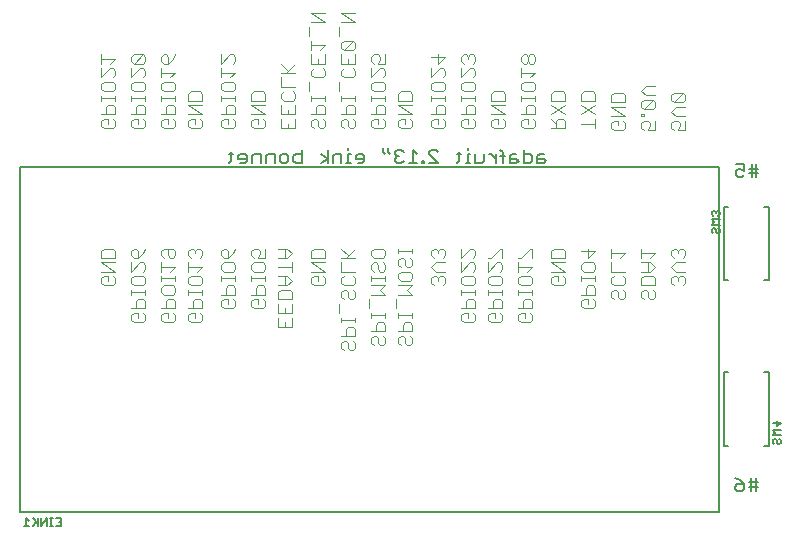
<source format=gbr>
G04 EAGLE Gerber RS-274X export*
G75*
%MOMM*%
%FSLAX34Y34*%
%LPD*%
%INSilkscreen Bottom*%
%IPPOS*%
%AMOC8*
5,1,8,0,0,1.08239X$1,22.5*%
G01*
%ADD10C,0.177800*%
%ADD11C,0.152400*%
%ADD12C,0.127000*%
%ADD13C,0.101600*%


D10*
X518238Y252724D02*
X518238Y263655D01*
X514594Y263655D02*
X514594Y252724D01*
X514594Y260012D02*
X520060Y260012D01*
X514594Y260012D02*
X512772Y260012D01*
X512772Y256368D02*
X520060Y256368D01*
X508366Y263655D02*
X501079Y263655D01*
X508366Y263655D02*
X508366Y258190D01*
X504722Y260012D01*
X502900Y260012D01*
X501079Y258190D01*
X501079Y254546D01*
X502900Y252724D01*
X506544Y252724D01*
X508366Y254546D01*
X517968Y-1795D02*
X517968Y-12726D01*
X514324Y-12726D02*
X514324Y-1795D01*
X514324Y-5438D02*
X519790Y-5438D01*
X514324Y-5438D02*
X512502Y-5438D01*
X512502Y-9082D02*
X519790Y-9082D01*
X504452Y-3617D02*
X500808Y-1795D01*
X504452Y-3617D02*
X508096Y-7260D01*
X508096Y-10904D01*
X506274Y-12726D01*
X502630Y-12726D01*
X500808Y-10904D01*
X500808Y-9082D01*
X502630Y-7260D01*
X508096Y-7260D01*
D11*
X338909Y272379D02*
X335180Y272379D01*
X333316Y270515D01*
X333316Y264922D01*
X338909Y264922D01*
X340773Y266786D01*
X338909Y268651D01*
X333316Y268651D01*
X321622Y264922D02*
X321622Y276108D01*
X321622Y264922D02*
X327215Y264922D01*
X329079Y266786D01*
X329079Y270515D01*
X327215Y272379D01*
X321622Y272379D01*
X315521Y272379D02*
X311792Y272379D01*
X309928Y270515D01*
X309928Y264922D01*
X315521Y264922D01*
X317385Y266786D01*
X315521Y268651D01*
X309928Y268651D01*
X303827Y264922D02*
X303827Y274243D01*
X301963Y276108D01*
X301963Y270515D02*
X305691Y270515D01*
X297895Y272379D02*
X297895Y264922D01*
X297895Y268651D02*
X294167Y272379D01*
X292302Y272379D01*
X288150Y272379D02*
X288150Y266786D01*
X286286Y264922D01*
X280693Y264922D01*
X280693Y272379D01*
X276456Y272379D02*
X274592Y272379D01*
X274592Y264922D01*
X276456Y264922D02*
X272728Y264922D01*
X274592Y276108D02*
X274592Y277972D01*
X266796Y274243D02*
X266796Y266786D01*
X264932Y264922D01*
X264932Y272379D02*
X268660Y272379D01*
X249170Y264922D02*
X241713Y264922D01*
X249170Y264922D02*
X241713Y272379D01*
X241713Y274243D01*
X243577Y276108D01*
X247306Y276108D01*
X249170Y274243D01*
X237476Y266786D02*
X237476Y264922D01*
X237476Y266786D02*
X235612Y266786D01*
X235612Y264922D01*
X237476Y264922D01*
X231629Y272379D02*
X227901Y276108D01*
X227901Y264922D01*
X231629Y264922D02*
X224172Y264922D01*
X219935Y274243D02*
X218071Y276108D01*
X214343Y276108D01*
X212478Y274243D01*
X212478Y272379D01*
X214343Y270515D01*
X216207Y270515D01*
X214343Y270515D02*
X212478Y268651D01*
X212478Y266786D01*
X214343Y264922D01*
X218071Y264922D01*
X219935Y266786D01*
X206377Y274243D02*
X206377Y277972D01*
X206377Y274243D02*
X208241Y272379D01*
X202649Y274243D02*
X202649Y277972D01*
X202649Y274243D02*
X204513Y272379D01*
X184938Y264922D02*
X181210Y264922D01*
X184938Y264922D02*
X186802Y266786D01*
X186802Y270515D01*
X184938Y272379D01*
X181210Y272379D01*
X179345Y270515D01*
X179345Y268651D01*
X186802Y268651D01*
X175108Y272379D02*
X173244Y272379D01*
X173244Y264922D01*
X175108Y264922D02*
X171380Y264922D01*
X173244Y276108D02*
X173244Y277972D01*
X167312Y272379D02*
X167312Y264922D01*
X167312Y272379D02*
X161720Y272379D01*
X159855Y270515D01*
X159855Y264922D01*
X155619Y264922D02*
X155619Y276108D01*
X155619Y268651D02*
X150026Y264922D01*
X155619Y268651D02*
X150026Y272379D01*
X134180Y276108D02*
X134180Y264922D01*
X128587Y264922D01*
X126723Y266786D01*
X126723Y270515D01*
X128587Y272379D01*
X134180Y272379D01*
X120621Y264922D02*
X116893Y264922D01*
X115029Y266786D01*
X115029Y270515D01*
X116893Y272379D01*
X120621Y272379D01*
X122486Y270515D01*
X122486Y266786D01*
X120621Y264922D01*
X110792Y264922D02*
X110792Y272379D01*
X105199Y272379D01*
X103335Y270515D01*
X103335Y264922D01*
X99098Y264922D02*
X99098Y272379D01*
X93505Y272379D01*
X91641Y270515D01*
X91641Y264922D01*
X85539Y264922D02*
X81811Y264922D01*
X85539Y264922D02*
X87404Y266786D01*
X87404Y270515D01*
X85539Y272379D01*
X81811Y272379D01*
X79947Y270515D01*
X79947Y268651D01*
X87404Y268651D01*
X73845Y266786D02*
X73845Y274243D01*
X73845Y266786D02*
X71981Y264922D01*
X71981Y272379D02*
X75710Y272379D01*
D12*
X-104935Y261205D02*
X-104935Y-30795D01*
X-104935Y261205D02*
X487065Y261205D01*
X487065Y-30795D01*
X-104935Y-30795D01*
D11*
X-74177Y-36051D02*
X-69771Y-36051D01*
X-69771Y-42661D01*
X-74177Y-42661D01*
X-71974Y-39356D02*
X-69771Y-39356D01*
X-77255Y-42661D02*
X-79458Y-42661D01*
X-78357Y-42661D02*
X-78357Y-36051D01*
X-79458Y-36051D02*
X-77255Y-36051D01*
X-82245Y-36051D02*
X-82245Y-42661D01*
X-86651Y-42661D02*
X-82245Y-36051D01*
X-86651Y-36051D02*
X-86651Y-42661D01*
X-89729Y-42661D02*
X-89729Y-36051D01*
X-94135Y-36051D02*
X-89729Y-40458D01*
X-90830Y-39356D02*
X-94135Y-42661D01*
X-97213Y-38255D02*
X-99416Y-36051D01*
X-99416Y-42661D01*
X-97213Y-42661D02*
X-101619Y-42661D01*
D13*
X458287Y292867D02*
X458287Y300663D01*
X458287Y292867D02*
X452440Y292867D01*
X454389Y296765D01*
X454389Y298714D01*
X452440Y300663D01*
X448542Y300663D01*
X446593Y298714D01*
X446593Y294816D01*
X448542Y292867D01*
X450491Y304561D02*
X458287Y304561D01*
X450491Y304561D02*
X446593Y308459D01*
X450491Y312357D01*
X458287Y312357D01*
X456338Y316255D02*
X448542Y316255D01*
X456338Y316255D02*
X458287Y318204D01*
X458287Y322102D01*
X456338Y324051D01*
X448542Y324051D01*
X446593Y322102D01*
X446593Y318204D01*
X448542Y316255D01*
X456338Y324051D01*
X432887Y300663D02*
X432887Y292867D01*
X427040Y292867D01*
X428989Y296765D01*
X428989Y298714D01*
X427040Y300663D01*
X423142Y300663D01*
X421193Y298714D01*
X421193Y294816D01*
X423142Y292867D01*
X423142Y304561D02*
X421193Y304561D01*
X423142Y304561D02*
X423142Y306510D01*
X421193Y306510D01*
X421193Y304561D01*
X423142Y310408D02*
X430938Y310408D01*
X432887Y312357D01*
X432887Y316255D01*
X430938Y318204D01*
X423142Y318204D01*
X421193Y316255D01*
X421193Y312357D01*
X423142Y310408D01*
X430938Y318204D01*
X432887Y322102D02*
X425091Y322102D01*
X421193Y326000D01*
X425091Y329898D01*
X432887Y329898D01*
X405538Y300663D02*
X407487Y298714D01*
X407487Y294816D01*
X405538Y292867D01*
X397742Y292867D01*
X395793Y294816D01*
X395793Y298714D01*
X397742Y300663D01*
X401640Y300663D01*
X401640Y296765D01*
X395793Y304561D02*
X407487Y304561D01*
X395793Y312357D01*
X407487Y312357D01*
X407487Y316255D02*
X395793Y316255D01*
X395793Y322102D01*
X397742Y324051D01*
X405538Y324051D01*
X407487Y322102D01*
X407487Y316255D01*
X382087Y298289D02*
X370393Y298289D01*
X382087Y294391D02*
X382087Y302187D01*
X382087Y306085D02*
X370393Y313881D01*
X370393Y306085D02*
X382087Y313881D01*
X382087Y317779D02*
X370393Y317779D01*
X370393Y323626D01*
X372342Y325575D01*
X380138Y325575D01*
X382087Y323626D01*
X382087Y317779D01*
X356687Y294391D02*
X344993Y294391D01*
X356687Y294391D02*
X356687Y300238D01*
X354738Y302187D01*
X350840Y302187D01*
X348891Y300238D01*
X348891Y294391D01*
X348891Y298289D02*
X344993Y302187D01*
X344993Y313881D02*
X356687Y306085D01*
X356687Y313881D02*
X344993Y306085D01*
X344993Y317779D02*
X356687Y317779D01*
X344993Y317779D02*
X344993Y323626D01*
X346942Y325575D01*
X354738Y325575D01*
X356687Y323626D01*
X356687Y317779D01*
X331287Y300238D02*
X329338Y302187D01*
X331287Y300238D02*
X331287Y296340D01*
X329338Y294391D01*
X321542Y294391D01*
X319593Y296340D01*
X319593Y300238D01*
X321542Y302187D01*
X325440Y302187D01*
X325440Y298289D01*
X319593Y306085D02*
X331287Y306085D01*
X331287Y311932D01*
X329338Y313881D01*
X325440Y313881D01*
X323491Y311932D01*
X323491Y306085D01*
X319593Y317779D02*
X319593Y321677D01*
X319593Y319728D02*
X331287Y319728D01*
X331287Y317779D02*
X331287Y321677D01*
X331287Y327524D02*
X331287Y331422D01*
X331287Y327524D02*
X329338Y325575D01*
X321542Y325575D01*
X319593Y327524D01*
X319593Y331422D01*
X321542Y333371D01*
X329338Y333371D01*
X331287Y331422D01*
X327389Y337269D02*
X331287Y341167D01*
X319593Y341167D01*
X319593Y337269D02*
X319593Y345065D01*
X329338Y348963D02*
X331287Y350912D01*
X331287Y354810D01*
X329338Y356759D01*
X327389Y356759D01*
X325440Y354810D01*
X323491Y356759D01*
X321542Y356759D01*
X319593Y354810D01*
X319593Y350912D01*
X321542Y348963D01*
X323491Y348963D01*
X325440Y350912D01*
X327389Y348963D01*
X329338Y348963D01*
X325440Y350912D02*
X325440Y354810D01*
X303938Y302187D02*
X305887Y300238D01*
X305887Y296340D01*
X303938Y294391D01*
X296142Y294391D01*
X294193Y296340D01*
X294193Y300238D01*
X296142Y302187D01*
X300040Y302187D01*
X300040Y298289D01*
X294193Y306085D02*
X305887Y306085D01*
X294193Y313881D01*
X305887Y313881D01*
X305887Y317779D02*
X294193Y317779D01*
X294193Y323626D01*
X296142Y325575D01*
X303938Y325575D01*
X305887Y323626D01*
X305887Y317779D01*
X280487Y300238D02*
X278538Y302187D01*
X280487Y300238D02*
X280487Y296340D01*
X278538Y294391D01*
X270742Y294391D01*
X268793Y296340D01*
X268793Y300238D01*
X270742Y302187D01*
X274640Y302187D01*
X274640Y298289D01*
X268793Y306085D02*
X280487Y306085D01*
X280487Y311932D01*
X278538Y313881D01*
X274640Y313881D01*
X272691Y311932D01*
X272691Y306085D01*
X268793Y317779D02*
X268793Y321677D01*
X268793Y319728D02*
X280487Y319728D01*
X280487Y317779D02*
X280487Y321677D01*
X280487Y327524D02*
X280487Y331422D01*
X280487Y327524D02*
X278538Y325575D01*
X270742Y325575D01*
X268793Y327524D01*
X268793Y331422D01*
X270742Y333371D01*
X278538Y333371D01*
X280487Y331422D01*
X268793Y337269D02*
X268793Y345065D01*
X268793Y337269D02*
X276589Y345065D01*
X278538Y345065D01*
X280487Y343116D01*
X280487Y339218D01*
X278538Y337269D01*
X278538Y348963D02*
X280487Y350912D01*
X280487Y354810D01*
X278538Y356759D01*
X276589Y356759D01*
X274640Y354810D01*
X274640Y352861D01*
X274640Y354810D02*
X272691Y356759D01*
X270742Y356759D01*
X268793Y354810D01*
X268793Y350912D01*
X270742Y348963D01*
X253138Y302187D02*
X255087Y300238D01*
X255087Y296340D01*
X253138Y294391D01*
X245342Y294391D01*
X243393Y296340D01*
X243393Y300238D01*
X245342Y302187D01*
X249240Y302187D01*
X249240Y298289D01*
X243393Y306085D02*
X255087Y306085D01*
X255087Y311932D01*
X253138Y313881D01*
X249240Y313881D01*
X247291Y311932D01*
X247291Y306085D01*
X243393Y317779D02*
X243393Y321677D01*
X243393Y319728D02*
X255087Y319728D01*
X255087Y317779D02*
X255087Y321677D01*
X255087Y327524D02*
X255087Y331422D01*
X255087Y327524D02*
X253138Y325575D01*
X245342Y325575D01*
X243393Y327524D01*
X243393Y331422D01*
X245342Y333371D01*
X253138Y333371D01*
X255087Y331422D01*
X243393Y337269D02*
X243393Y345065D01*
X243393Y337269D02*
X251189Y345065D01*
X253138Y345065D01*
X255087Y343116D01*
X255087Y339218D01*
X253138Y337269D01*
X255087Y354810D02*
X243393Y354810D01*
X249240Y348963D02*
X255087Y354810D01*
X249240Y356759D02*
X249240Y348963D01*
X225198Y302187D02*
X227147Y300238D01*
X227147Y296340D01*
X225198Y294391D01*
X217402Y294391D01*
X215453Y296340D01*
X215453Y300238D01*
X217402Y302187D01*
X221300Y302187D01*
X221300Y298289D01*
X215453Y306085D02*
X227147Y306085D01*
X215453Y313881D01*
X227147Y313881D01*
X227147Y317779D02*
X215453Y317779D01*
X215453Y323626D01*
X217402Y325575D01*
X225198Y325575D01*
X227147Y323626D01*
X227147Y317779D01*
X204287Y300238D02*
X202338Y302187D01*
X204287Y300238D02*
X204287Y296340D01*
X202338Y294391D01*
X194542Y294391D01*
X192593Y296340D01*
X192593Y300238D01*
X194542Y302187D01*
X198440Y302187D01*
X198440Y298289D01*
X192593Y306085D02*
X204287Y306085D01*
X204287Y311932D01*
X202338Y313881D01*
X198440Y313881D01*
X196491Y311932D01*
X196491Y306085D01*
X192593Y317779D02*
X192593Y321677D01*
X192593Y319728D02*
X204287Y319728D01*
X204287Y317779D02*
X204287Y321677D01*
X204287Y327524D02*
X204287Y331422D01*
X204287Y327524D02*
X202338Y325575D01*
X194542Y325575D01*
X192593Y327524D01*
X192593Y331422D01*
X194542Y333371D01*
X202338Y333371D01*
X204287Y331422D01*
X192593Y337269D02*
X192593Y345065D01*
X192593Y337269D02*
X200389Y345065D01*
X202338Y345065D01*
X204287Y343116D01*
X204287Y339218D01*
X202338Y337269D01*
X204287Y348963D02*
X204287Y356759D01*
X204287Y348963D02*
X198440Y348963D01*
X200389Y352861D01*
X200389Y354810D01*
X198440Y356759D01*
X194542Y356759D01*
X192593Y354810D01*
X192593Y350912D01*
X194542Y348963D01*
X176938Y302187D02*
X178887Y300238D01*
X178887Y296340D01*
X176938Y294391D01*
X174989Y294391D01*
X173040Y296340D01*
X173040Y300238D01*
X171091Y302187D01*
X169142Y302187D01*
X167193Y300238D01*
X167193Y296340D01*
X169142Y294391D01*
X167193Y306085D02*
X178887Y306085D01*
X178887Y311932D01*
X176938Y313881D01*
X173040Y313881D01*
X171091Y311932D01*
X171091Y306085D01*
X167193Y317779D02*
X167193Y321677D01*
X167193Y319728D02*
X178887Y319728D01*
X178887Y317779D02*
X178887Y321677D01*
X165244Y325575D02*
X165244Y333371D01*
X176938Y345065D02*
X178887Y343116D01*
X178887Y339218D01*
X176938Y337269D01*
X169142Y337269D01*
X167193Y339218D01*
X167193Y343116D01*
X169142Y345065D01*
X178887Y348963D02*
X178887Y356759D01*
X178887Y348963D02*
X167193Y348963D01*
X167193Y356759D01*
X173040Y352861D02*
X173040Y348963D01*
X169142Y360657D02*
X176938Y360657D01*
X178887Y362606D01*
X178887Y366504D01*
X176938Y368453D01*
X169142Y368453D01*
X167193Y366504D01*
X167193Y362606D01*
X169142Y360657D01*
X176938Y368453D01*
X165244Y372351D02*
X165244Y380147D01*
X167193Y384045D02*
X178887Y384045D01*
X167193Y391841D01*
X178887Y391841D01*
X151538Y302187D02*
X153487Y300238D01*
X153487Y296340D01*
X151538Y294391D01*
X149589Y294391D01*
X147640Y296340D01*
X147640Y300238D01*
X145691Y302187D01*
X143742Y302187D01*
X141793Y300238D01*
X141793Y296340D01*
X143742Y294391D01*
X141793Y306085D02*
X153487Y306085D01*
X153487Y311932D01*
X151538Y313881D01*
X147640Y313881D01*
X145691Y311932D01*
X145691Y306085D01*
X141793Y317779D02*
X141793Y321677D01*
X141793Y319728D02*
X153487Y319728D01*
X153487Y317779D02*
X153487Y321677D01*
X139844Y325575D02*
X139844Y333371D01*
X151538Y345065D02*
X153487Y343116D01*
X153487Y339218D01*
X151538Y337269D01*
X143742Y337269D01*
X141793Y339218D01*
X141793Y343116D01*
X143742Y345065D01*
X153487Y348963D02*
X153487Y356759D01*
X153487Y348963D02*
X141793Y348963D01*
X141793Y356759D01*
X147640Y352861D02*
X147640Y348963D01*
X149589Y360657D02*
X153487Y364555D01*
X141793Y364555D01*
X141793Y360657D02*
X141793Y368453D01*
X139844Y372351D02*
X139844Y380147D01*
X141793Y384045D02*
X153487Y384045D01*
X141793Y391841D01*
X153487Y391841D01*
X456338Y161265D02*
X458287Y163214D01*
X458287Y167112D01*
X456338Y169061D01*
X454389Y169061D01*
X452440Y167112D01*
X452440Y165163D01*
X452440Y167112D02*
X450491Y169061D01*
X448542Y169061D01*
X446593Y167112D01*
X446593Y163214D01*
X448542Y161265D01*
X450491Y172959D02*
X458287Y172959D01*
X450491Y172959D02*
X446593Y176857D01*
X450491Y180755D01*
X458287Y180755D01*
X456338Y184653D02*
X458287Y186602D01*
X458287Y190500D01*
X456338Y192449D01*
X454389Y192449D01*
X452440Y190500D01*
X452440Y188551D01*
X452440Y190500D02*
X450491Y192449D01*
X448542Y192449D01*
X446593Y190500D01*
X446593Y186602D01*
X448542Y184653D01*
X430938Y157367D02*
X432887Y155418D01*
X432887Y151520D01*
X430938Y149571D01*
X428989Y149571D01*
X427040Y151520D01*
X427040Y155418D01*
X425091Y157367D01*
X423142Y157367D01*
X421193Y155418D01*
X421193Y151520D01*
X423142Y149571D01*
X421193Y161265D02*
X432887Y161265D01*
X421193Y161265D02*
X421193Y167112D01*
X423142Y169061D01*
X430938Y169061D01*
X432887Y167112D01*
X432887Y161265D01*
X428989Y172959D02*
X421193Y172959D01*
X428989Y172959D02*
X432887Y176857D01*
X428989Y180755D01*
X421193Y180755D01*
X427040Y180755D02*
X427040Y172959D01*
X428989Y184653D02*
X432887Y188551D01*
X421193Y188551D01*
X421193Y184653D02*
X421193Y192449D01*
X405538Y157367D02*
X407487Y155418D01*
X407487Y151520D01*
X405538Y149571D01*
X403589Y149571D01*
X401640Y151520D01*
X401640Y155418D01*
X399691Y157367D01*
X397742Y157367D01*
X395793Y155418D01*
X395793Y151520D01*
X397742Y149571D01*
X407487Y167112D02*
X405538Y169061D01*
X407487Y167112D02*
X407487Y163214D01*
X405538Y161265D01*
X397742Y161265D01*
X395793Y163214D01*
X395793Y167112D01*
X397742Y169061D01*
X395793Y172959D02*
X407487Y172959D01*
X395793Y172959D02*
X395793Y180755D01*
X403589Y184653D02*
X407487Y188551D01*
X395793Y188551D01*
X395793Y184653D02*
X395793Y192449D01*
X380138Y149571D02*
X382087Y147622D01*
X382087Y143724D01*
X380138Y141775D01*
X372342Y141775D01*
X370393Y143724D01*
X370393Y147622D01*
X372342Y149571D01*
X376240Y149571D01*
X376240Y145673D01*
X370393Y153469D02*
X382087Y153469D01*
X382087Y159316D01*
X380138Y161265D01*
X376240Y161265D01*
X374291Y159316D01*
X374291Y153469D01*
X370393Y165163D02*
X370393Y169061D01*
X370393Y167112D02*
X382087Y167112D01*
X382087Y165163D02*
X382087Y169061D01*
X382087Y174908D02*
X382087Y178806D01*
X382087Y174908D02*
X380138Y172959D01*
X372342Y172959D01*
X370393Y174908D01*
X370393Y178806D01*
X372342Y180755D01*
X380138Y180755D01*
X382087Y178806D01*
X382087Y190500D02*
X370393Y190500D01*
X376240Y184653D02*
X382087Y190500D01*
X376240Y192449D02*
X376240Y184653D01*
X356687Y167112D02*
X354738Y169061D01*
X356687Y167112D02*
X356687Y163214D01*
X354738Y161265D01*
X346942Y161265D01*
X344993Y163214D01*
X344993Y167112D01*
X346942Y169061D01*
X350840Y169061D01*
X350840Y165163D01*
X344993Y172959D02*
X356687Y172959D01*
X344993Y180755D01*
X356687Y180755D01*
X356687Y184653D02*
X344993Y184653D01*
X344993Y190500D01*
X346942Y192449D01*
X354738Y192449D01*
X356687Y190500D01*
X356687Y184653D01*
X326798Y137877D02*
X328747Y135928D01*
X328747Y132030D01*
X326798Y130081D01*
X319002Y130081D01*
X317053Y132030D01*
X317053Y135928D01*
X319002Y137877D01*
X322900Y137877D01*
X322900Y133979D01*
X317053Y141775D02*
X328747Y141775D01*
X328747Y147622D01*
X326798Y149571D01*
X322900Y149571D01*
X320951Y147622D01*
X320951Y141775D01*
X317053Y153469D02*
X317053Y157367D01*
X317053Y155418D02*
X328747Y155418D01*
X328747Y153469D02*
X328747Y157367D01*
X328747Y163214D02*
X328747Y167112D01*
X328747Y163214D02*
X326798Y161265D01*
X319002Y161265D01*
X317053Y163214D01*
X317053Y167112D01*
X319002Y169061D01*
X326798Y169061D01*
X328747Y167112D01*
X324849Y172959D02*
X328747Y176857D01*
X317053Y176857D01*
X317053Y172959D02*
X317053Y180755D01*
X328747Y184653D02*
X328747Y192449D01*
X326798Y192449D01*
X319002Y184653D01*
X317053Y184653D01*
X301398Y137877D02*
X303347Y135928D01*
X303347Y132030D01*
X301398Y130081D01*
X293602Y130081D01*
X291653Y132030D01*
X291653Y135928D01*
X293602Y137877D01*
X297500Y137877D01*
X297500Y133979D01*
X291653Y141775D02*
X303347Y141775D01*
X303347Y147622D01*
X301398Y149571D01*
X297500Y149571D01*
X295551Y147622D01*
X295551Y141775D01*
X291653Y153469D02*
X291653Y157367D01*
X291653Y155418D02*
X303347Y155418D01*
X303347Y153469D02*
X303347Y157367D01*
X303347Y163214D02*
X303347Y167112D01*
X303347Y163214D02*
X301398Y161265D01*
X293602Y161265D01*
X291653Y163214D01*
X291653Y167112D01*
X293602Y169061D01*
X301398Y169061D01*
X303347Y167112D01*
X291653Y172959D02*
X291653Y180755D01*
X291653Y172959D02*
X299449Y180755D01*
X301398Y180755D01*
X303347Y178806D01*
X303347Y174908D01*
X301398Y172959D01*
X303347Y184653D02*
X303347Y192449D01*
X301398Y192449D01*
X293602Y184653D01*
X291653Y184653D01*
X278538Y137877D02*
X280487Y135928D01*
X280487Y132030D01*
X278538Y130081D01*
X270742Y130081D01*
X268793Y132030D01*
X268793Y135928D01*
X270742Y137877D01*
X274640Y137877D01*
X274640Y133979D01*
X268793Y141775D02*
X280487Y141775D01*
X280487Y147622D01*
X278538Y149571D01*
X274640Y149571D01*
X272691Y147622D01*
X272691Y141775D01*
X268793Y153469D02*
X268793Y157367D01*
X268793Y155418D02*
X280487Y155418D01*
X280487Y153469D02*
X280487Y157367D01*
X280487Y163214D02*
X280487Y167112D01*
X280487Y163214D02*
X278538Y161265D01*
X270742Y161265D01*
X268793Y163214D01*
X268793Y167112D01*
X270742Y169061D01*
X278538Y169061D01*
X280487Y167112D01*
X268793Y172959D02*
X268793Y180755D01*
X268793Y172959D02*
X276589Y180755D01*
X278538Y180755D01*
X280487Y178806D01*
X280487Y174908D01*
X278538Y172959D01*
X268793Y184653D02*
X268793Y192449D01*
X268793Y184653D02*
X276589Y192449D01*
X278538Y192449D01*
X280487Y190500D01*
X280487Y186602D01*
X278538Y184653D01*
X255087Y163214D02*
X253138Y161265D01*
X255087Y163214D02*
X255087Y167112D01*
X253138Y169061D01*
X251189Y169061D01*
X249240Y167112D01*
X249240Y165163D01*
X249240Y167112D02*
X247291Y169061D01*
X245342Y169061D01*
X243393Y167112D01*
X243393Y163214D01*
X245342Y161265D01*
X247291Y172959D02*
X255087Y172959D01*
X247291Y172959D02*
X243393Y176857D01*
X247291Y180755D01*
X255087Y180755D01*
X253138Y184653D02*
X255087Y186602D01*
X255087Y190500D01*
X253138Y192449D01*
X251189Y192449D01*
X249240Y190500D01*
X249240Y188551D01*
X249240Y190500D02*
X247291Y192449D01*
X245342Y192449D01*
X243393Y190500D01*
X243393Y186602D01*
X245342Y184653D01*
X225198Y118387D02*
X227147Y116438D01*
X227147Y112540D01*
X225198Y110591D01*
X223249Y110591D01*
X221300Y112540D01*
X221300Y116438D01*
X219351Y118387D01*
X217402Y118387D01*
X215453Y116438D01*
X215453Y112540D01*
X217402Y110591D01*
X215453Y122285D02*
X227147Y122285D01*
X227147Y128132D01*
X225198Y130081D01*
X221300Y130081D01*
X219351Y128132D01*
X219351Y122285D01*
X215453Y133979D02*
X215453Y137877D01*
X215453Y135928D02*
X227147Y135928D01*
X227147Y133979D02*
X227147Y137877D01*
X213504Y141775D02*
X213504Y149571D01*
X215453Y153469D02*
X227147Y153469D01*
X223249Y157367D01*
X227147Y161265D01*
X215453Y161265D01*
X227147Y167112D02*
X227147Y171010D01*
X227147Y167112D02*
X225198Y165163D01*
X217402Y165163D01*
X215453Y167112D01*
X215453Y171010D01*
X217402Y172959D01*
X225198Y172959D01*
X227147Y171010D01*
X227147Y182704D02*
X225198Y184653D01*
X227147Y182704D02*
X227147Y178806D01*
X225198Y176857D01*
X223249Y176857D01*
X221300Y178806D01*
X221300Y182704D01*
X219351Y184653D01*
X217402Y184653D01*
X215453Y182704D01*
X215453Y178806D01*
X217402Y176857D01*
X215453Y188551D02*
X215453Y192449D01*
X215453Y190500D02*
X227147Y190500D01*
X227147Y188551D02*
X227147Y192449D01*
X202338Y118387D02*
X204287Y116438D01*
X204287Y112540D01*
X202338Y110591D01*
X200389Y110591D01*
X198440Y112540D01*
X198440Y116438D01*
X196491Y118387D01*
X194542Y118387D01*
X192593Y116438D01*
X192593Y112540D01*
X194542Y110591D01*
X192593Y122285D02*
X204287Y122285D01*
X204287Y128132D01*
X202338Y130081D01*
X198440Y130081D01*
X196491Y128132D01*
X196491Y122285D01*
X192593Y133979D02*
X192593Y137877D01*
X192593Y135928D02*
X204287Y135928D01*
X204287Y133979D02*
X204287Y137877D01*
X190644Y141775D02*
X190644Y149571D01*
X192593Y153469D02*
X204287Y153469D01*
X200389Y157367D01*
X204287Y161265D01*
X192593Y161265D01*
X192593Y165163D02*
X192593Y169061D01*
X192593Y167112D02*
X204287Y167112D01*
X204287Y165163D02*
X204287Y169061D01*
X204287Y178806D02*
X202338Y180755D01*
X204287Y178806D02*
X204287Y174908D01*
X202338Y172959D01*
X200389Y172959D01*
X198440Y174908D01*
X198440Y178806D01*
X196491Y180755D01*
X194542Y180755D01*
X192593Y178806D01*
X192593Y174908D01*
X194542Y172959D01*
X204287Y186602D02*
X204287Y190500D01*
X204287Y186602D02*
X202338Y184653D01*
X194542Y184653D01*
X192593Y186602D01*
X192593Y190500D01*
X194542Y192449D01*
X202338Y192449D01*
X204287Y190500D01*
X176938Y114489D02*
X178887Y112540D01*
X178887Y108642D01*
X176938Y106693D01*
X174989Y106693D01*
X173040Y108642D01*
X173040Y112540D01*
X171091Y114489D01*
X169142Y114489D01*
X167193Y112540D01*
X167193Y108642D01*
X169142Y106693D01*
X167193Y118387D02*
X178887Y118387D01*
X178887Y124234D01*
X176938Y126183D01*
X173040Y126183D01*
X171091Y124234D01*
X171091Y118387D01*
X167193Y130081D02*
X167193Y133979D01*
X167193Y132030D02*
X178887Y132030D01*
X178887Y130081D02*
X178887Y133979D01*
X165244Y137877D02*
X165244Y145673D01*
X176938Y157367D02*
X178887Y155418D01*
X178887Y151520D01*
X176938Y149571D01*
X174989Y149571D01*
X173040Y151520D01*
X173040Y155418D01*
X171091Y157367D01*
X169142Y157367D01*
X167193Y155418D01*
X167193Y151520D01*
X169142Y149571D01*
X178887Y167112D02*
X176938Y169061D01*
X178887Y167112D02*
X178887Y163214D01*
X176938Y161265D01*
X169142Y161265D01*
X167193Y163214D01*
X167193Y167112D01*
X169142Y169061D01*
X167193Y172959D02*
X178887Y172959D01*
X167193Y172959D02*
X167193Y180755D01*
X167193Y184653D02*
X178887Y184653D01*
X171091Y184653D02*
X178887Y192449D01*
X173040Y186602D02*
X167193Y192449D01*
X151538Y169061D02*
X153487Y167112D01*
X153487Y163214D01*
X151538Y161265D01*
X143742Y161265D01*
X141793Y163214D01*
X141793Y167112D01*
X143742Y169061D01*
X147640Y169061D01*
X147640Y165163D01*
X141793Y172959D02*
X153487Y172959D01*
X141793Y180755D01*
X153487Y180755D01*
X153487Y184653D02*
X141793Y184653D01*
X141793Y190500D01*
X143742Y192449D01*
X151538Y192449D01*
X153487Y190500D01*
X153487Y184653D01*
X128087Y294391D02*
X128087Y302187D01*
X128087Y294391D02*
X116393Y294391D01*
X116393Y302187D01*
X122240Y298289D02*
X122240Y294391D01*
X128087Y306085D02*
X128087Y313881D01*
X128087Y306085D02*
X116393Y306085D01*
X116393Y313881D01*
X122240Y309983D02*
X122240Y306085D01*
X128087Y323626D02*
X126138Y325575D01*
X128087Y323626D02*
X128087Y319728D01*
X126138Y317779D01*
X118342Y317779D01*
X116393Y319728D01*
X116393Y323626D01*
X118342Y325575D01*
X116393Y329473D02*
X128087Y329473D01*
X116393Y329473D02*
X116393Y337269D01*
X116393Y341167D02*
X128087Y341167D01*
X120291Y341167D02*
X128087Y348963D01*
X122240Y343116D02*
X116393Y348963D01*
X100738Y302187D02*
X102687Y300238D01*
X102687Y296340D01*
X100738Y294391D01*
X92942Y294391D01*
X90993Y296340D01*
X90993Y300238D01*
X92942Y302187D01*
X96840Y302187D01*
X96840Y298289D01*
X90993Y306085D02*
X102687Y306085D01*
X90993Y313881D01*
X102687Y313881D01*
X102687Y317779D02*
X90993Y317779D01*
X90993Y323626D01*
X92942Y325575D01*
X100738Y325575D01*
X102687Y323626D01*
X102687Y317779D01*
X77287Y300238D02*
X75338Y302187D01*
X77287Y300238D02*
X77287Y296340D01*
X75338Y294391D01*
X67542Y294391D01*
X65593Y296340D01*
X65593Y300238D01*
X67542Y302187D01*
X71440Y302187D01*
X71440Y298289D01*
X65593Y306085D02*
X77287Y306085D01*
X77287Y311932D01*
X75338Y313881D01*
X71440Y313881D01*
X69491Y311932D01*
X69491Y306085D01*
X65593Y317779D02*
X65593Y321677D01*
X65593Y319728D02*
X77287Y319728D01*
X77287Y317779D02*
X77287Y321677D01*
X77287Y327524D02*
X77287Y331422D01*
X77287Y327524D02*
X75338Y325575D01*
X67542Y325575D01*
X65593Y327524D01*
X65593Y331422D01*
X67542Y333371D01*
X75338Y333371D01*
X77287Y331422D01*
X73389Y337269D02*
X77287Y341167D01*
X65593Y341167D01*
X65593Y337269D02*
X65593Y345065D01*
X65593Y348963D02*
X65593Y356759D01*
X65593Y348963D02*
X73389Y356759D01*
X75338Y356759D01*
X77287Y354810D01*
X77287Y350912D01*
X75338Y348963D01*
X47398Y302187D02*
X49347Y300238D01*
X49347Y296340D01*
X47398Y294391D01*
X39602Y294391D01*
X37653Y296340D01*
X37653Y300238D01*
X39602Y302187D01*
X43500Y302187D01*
X43500Y298289D01*
X37653Y306085D02*
X49347Y306085D01*
X37653Y313881D01*
X49347Y313881D01*
X49347Y317779D02*
X37653Y317779D01*
X37653Y323626D01*
X39602Y325575D01*
X47398Y325575D01*
X49347Y323626D01*
X49347Y317779D01*
X26487Y300238D02*
X24538Y302187D01*
X26487Y300238D02*
X26487Y296340D01*
X24538Y294391D01*
X16742Y294391D01*
X14793Y296340D01*
X14793Y300238D01*
X16742Y302187D01*
X20640Y302187D01*
X20640Y298289D01*
X14793Y306085D02*
X26487Y306085D01*
X26487Y311932D01*
X24538Y313881D01*
X20640Y313881D01*
X18691Y311932D01*
X18691Y306085D01*
X14793Y317779D02*
X14793Y321677D01*
X14793Y319728D02*
X26487Y319728D01*
X26487Y317779D02*
X26487Y321677D01*
X26487Y327524D02*
X26487Y331422D01*
X26487Y327524D02*
X24538Y325575D01*
X16742Y325575D01*
X14793Y327524D01*
X14793Y331422D01*
X16742Y333371D01*
X24538Y333371D01*
X26487Y331422D01*
X22589Y337269D02*
X26487Y341167D01*
X14793Y341167D01*
X14793Y337269D02*
X14793Y345065D01*
X24538Y352861D02*
X26487Y356759D01*
X24538Y352861D02*
X20640Y348963D01*
X16742Y348963D01*
X14793Y350912D01*
X14793Y354810D01*
X16742Y356759D01*
X18691Y356759D01*
X20640Y354810D01*
X20640Y348963D01*
X-862Y302187D02*
X1087Y300238D01*
X1087Y296340D01*
X-862Y294391D01*
X-8658Y294391D01*
X-10607Y296340D01*
X-10607Y300238D01*
X-8658Y302187D01*
X-4760Y302187D01*
X-4760Y298289D01*
X-10607Y306085D02*
X1087Y306085D01*
X1087Y311932D01*
X-862Y313881D01*
X-4760Y313881D01*
X-6709Y311932D01*
X-6709Y306085D01*
X-10607Y317779D02*
X-10607Y321677D01*
X-10607Y319728D02*
X1087Y319728D01*
X1087Y317779D02*
X1087Y321677D01*
X1087Y327524D02*
X1087Y331422D01*
X1087Y327524D02*
X-862Y325575D01*
X-8658Y325575D01*
X-10607Y327524D01*
X-10607Y331422D01*
X-8658Y333371D01*
X-862Y333371D01*
X1087Y331422D01*
X-10607Y337269D02*
X-10607Y345065D01*
X-10607Y337269D02*
X-2811Y345065D01*
X-862Y345065D01*
X1087Y343116D01*
X1087Y339218D01*
X-862Y337269D01*
X-862Y348963D02*
X-8658Y348963D01*
X-862Y348963D02*
X1087Y350912D01*
X1087Y354810D01*
X-862Y356759D01*
X-8658Y356759D01*
X-10607Y354810D01*
X-10607Y350912D01*
X-8658Y348963D01*
X-862Y356759D01*
X-26262Y302187D02*
X-24313Y300238D01*
X-24313Y296340D01*
X-26262Y294391D01*
X-34058Y294391D01*
X-36007Y296340D01*
X-36007Y300238D01*
X-34058Y302187D01*
X-30160Y302187D01*
X-30160Y298289D01*
X-36007Y306085D02*
X-24313Y306085D01*
X-24313Y311932D01*
X-26262Y313881D01*
X-30160Y313881D01*
X-32109Y311932D01*
X-32109Y306085D01*
X-36007Y317779D02*
X-36007Y321677D01*
X-36007Y319728D02*
X-24313Y319728D01*
X-24313Y317779D02*
X-24313Y321677D01*
X-24313Y327524D02*
X-24313Y331422D01*
X-24313Y327524D02*
X-26262Y325575D01*
X-34058Y325575D01*
X-36007Y327524D01*
X-36007Y331422D01*
X-34058Y333371D01*
X-26262Y333371D01*
X-24313Y331422D01*
X-36007Y337269D02*
X-36007Y345065D01*
X-36007Y337269D02*
X-28211Y345065D01*
X-26262Y345065D01*
X-24313Y343116D01*
X-24313Y339218D01*
X-26262Y337269D01*
X-28211Y348963D02*
X-24313Y352861D01*
X-36007Y352861D01*
X-36007Y348963D02*
X-36007Y356759D01*
X125547Y133979D02*
X125547Y126183D01*
X113853Y126183D01*
X113853Y133979D01*
X119700Y130081D02*
X119700Y126183D01*
X125547Y137877D02*
X125547Y145673D01*
X125547Y137877D02*
X113853Y137877D01*
X113853Y145673D01*
X119700Y141775D02*
X119700Y137877D01*
X125547Y149571D02*
X113853Y149571D01*
X113853Y155418D01*
X115802Y157367D01*
X123598Y157367D01*
X125547Y155418D01*
X125547Y149571D01*
X121649Y161265D02*
X113853Y161265D01*
X121649Y161265D02*
X125547Y165163D01*
X121649Y169061D01*
X113853Y169061D01*
X119700Y169061D02*
X119700Y161265D01*
X113853Y176857D02*
X125547Y176857D01*
X125547Y172959D02*
X125547Y180755D01*
X121649Y184653D02*
X113853Y184653D01*
X121649Y184653D02*
X125547Y188551D01*
X121649Y192449D01*
X113853Y192449D01*
X119700Y192449D02*
X119700Y184653D01*
X100738Y149571D02*
X102687Y147622D01*
X102687Y143724D01*
X100738Y141775D01*
X92942Y141775D01*
X90993Y143724D01*
X90993Y147622D01*
X92942Y149571D01*
X96840Y149571D01*
X96840Y145673D01*
X90993Y153469D02*
X102687Y153469D01*
X102687Y159316D01*
X100738Y161265D01*
X96840Y161265D01*
X94891Y159316D01*
X94891Y153469D01*
X90993Y165163D02*
X90993Y169061D01*
X90993Y167112D02*
X102687Y167112D01*
X102687Y165163D02*
X102687Y169061D01*
X102687Y174908D02*
X102687Y178806D01*
X102687Y174908D02*
X100738Y172959D01*
X92942Y172959D01*
X90993Y174908D01*
X90993Y178806D01*
X92942Y180755D01*
X100738Y180755D01*
X102687Y178806D01*
X102687Y184653D02*
X102687Y192449D01*
X102687Y184653D02*
X96840Y184653D01*
X98789Y188551D01*
X98789Y190500D01*
X96840Y192449D01*
X92942Y192449D01*
X90993Y190500D01*
X90993Y186602D01*
X92942Y184653D01*
X75338Y149571D02*
X77287Y147622D01*
X77287Y143724D01*
X75338Y141775D01*
X67542Y141775D01*
X65593Y143724D01*
X65593Y147622D01*
X67542Y149571D01*
X71440Y149571D01*
X71440Y145673D01*
X65593Y153469D02*
X77287Y153469D01*
X77287Y159316D01*
X75338Y161265D01*
X71440Y161265D01*
X69491Y159316D01*
X69491Y153469D01*
X65593Y165163D02*
X65593Y169061D01*
X65593Y167112D02*
X77287Y167112D01*
X77287Y165163D02*
X77287Y169061D01*
X77287Y174908D02*
X77287Y178806D01*
X77287Y174908D02*
X75338Y172959D01*
X67542Y172959D01*
X65593Y174908D01*
X65593Y178806D01*
X67542Y180755D01*
X75338Y180755D01*
X77287Y178806D01*
X75338Y188551D02*
X77287Y192449D01*
X75338Y188551D02*
X71440Y184653D01*
X67542Y184653D01*
X65593Y186602D01*
X65593Y190500D01*
X67542Y192449D01*
X69491Y192449D01*
X71440Y190500D01*
X71440Y184653D01*
X47398Y137877D02*
X49347Y135928D01*
X49347Y132030D01*
X47398Y130081D01*
X39602Y130081D01*
X37653Y132030D01*
X37653Y135928D01*
X39602Y137877D01*
X43500Y137877D01*
X43500Y133979D01*
X37653Y141775D02*
X49347Y141775D01*
X49347Y147622D01*
X47398Y149571D01*
X43500Y149571D01*
X41551Y147622D01*
X41551Y141775D01*
X37653Y153469D02*
X37653Y157367D01*
X37653Y155418D02*
X49347Y155418D01*
X49347Y153469D02*
X49347Y157367D01*
X49347Y163214D02*
X49347Y167112D01*
X49347Y163214D02*
X47398Y161265D01*
X39602Y161265D01*
X37653Y163214D01*
X37653Y167112D01*
X39602Y169061D01*
X47398Y169061D01*
X49347Y167112D01*
X45449Y172959D02*
X49347Y176857D01*
X37653Y176857D01*
X37653Y172959D02*
X37653Y180755D01*
X47398Y184653D02*
X49347Y186602D01*
X49347Y190500D01*
X47398Y192449D01*
X45449Y192449D01*
X43500Y190500D01*
X43500Y188551D01*
X43500Y190500D02*
X41551Y192449D01*
X39602Y192449D01*
X37653Y190500D01*
X37653Y186602D01*
X39602Y184653D01*
X24538Y137877D02*
X26487Y135928D01*
X26487Y132030D01*
X24538Y130081D01*
X16742Y130081D01*
X14793Y132030D01*
X14793Y135928D01*
X16742Y137877D01*
X20640Y137877D01*
X20640Y133979D01*
X14793Y141775D02*
X26487Y141775D01*
X26487Y147622D01*
X24538Y149571D01*
X20640Y149571D01*
X18691Y147622D01*
X18691Y141775D01*
X26487Y155418D02*
X26487Y159316D01*
X26487Y155418D02*
X24538Y153469D01*
X16742Y153469D01*
X14793Y155418D01*
X14793Y159316D01*
X16742Y161265D01*
X24538Y161265D01*
X26487Y159316D01*
X14793Y165163D02*
X14793Y169061D01*
X14793Y167112D02*
X26487Y167112D01*
X26487Y165163D02*
X26487Y169061D01*
X22589Y172959D02*
X26487Y176857D01*
X14793Y176857D01*
X14793Y172959D02*
X14793Y180755D01*
X16742Y184653D02*
X14793Y186602D01*
X14793Y190500D01*
X16742Y192449D01*
X24538Y192449D01*
X26487Y190500D01*
X26487Y186602D01*
X24538Y184653D01*
X22589Y184653D01*
X20640Y186602D01*
X20640Y192449D01*
X-862Y137877D02*
X1087Y135928D01*
X1087Y132030D01*
X-862Y130081D01*
X-8658Y130081D01*
X-10607Y132030D01*
X-10607Y135928D01*
X-8658Y137877D01*
X-4760Y137877D01*
X-4760Y133979D01*
X-10607Y141775D02*
X1087Y141775D01*
X1087Y147622D01*
X-862Y149571D01*
X-4760Y149571D01*
X-6709Y147622D01*
X-6709Y141775D01*
X-10607Y153469D02*
X-10607Y157367D01*
X-10607Y155418D02*
X1087Y155418D01*
X1087Y153469D02*
X1087Y157367D01*
X1087Y163214D02*
X1087Y167112D01*
X1087Y163214D02*
X-862Y161265D01*
X-8658Y161265D01*
X-10607Y163214D01*
X-10607Y167112D01*
X-8658Y169061D01*
X-862Y169061D01*
X1087Y167112D01*
X-10607Y172959D02*
X-10607Y180755D01*
X-10607Y172959D02*
X-2811Y180755D01*
X-862Y180755D01*
X1087Y178806D01*
X1087Y174908D01*
X-862Y172959D01*
X-862Y188551D02*
X1087Y192449D01*
X-862Y188551D02*
X-4760Y184653D01*
X-8658Y184653D01*
X-10607Y186602D01*
X-10607Y190500D01*
X-8658Y192449D01*
X-6709Y192449D01*
X-4760Y190500D01*
X-4760Y184653D01*
X-24313Y167112D02*
X-26262Y169061D01*
X-24313Y167112D02*
X-24313Y163214D01*
X-26262Y161265D01*
X-34058Y161265D01*
X-36007Y163214D01*
X-36007Y167112D01*
X-34058Y169061D01*
X-30160Y169061D01*
X-30160Y165163D01*
X-36007Y172959D02*
X-24313Y172959D01*
X-36007Y180755D01*
X-24313Y180755D01*
X-24313Y184653D02*
X-36007Y184653D01*
X-36007Y190500D01*
X-34058Y192449D01*
X-26262Y192449D01*
X-24313Y190500D01*
X-24313Y184653D01*
D12*
X491065Y227505D02*
X495065Y227505D01*
X491065Y227505D02*
X491065Y165505D01*
X495065Y165505D01*
X525065Y227505D02*
X529065Y227505D01*
X529065Y165505D01*
X525065Y165505D01*
D11*
X487609Y208549D02*
X486507Y209651D01*
X487609Y208549D02*
X487609Y206346D01*
X486507Y205245D01*
X485405Y205245D01*
X484304Y206346D01*
X484304Y208549D01*
X483202Y209651D01*
X482101Y209651D01*
X480999Y208549D01*
X480999Y206346D01*
X482101Y205245D01*
X480999Y212729D02*
X487609Y212729D01*
X483202Y214932D02*
X480999Y212729D01*
X483202Y214932D02*
X480999Y217135D01*
X487609Y217135D01*
X486507Y220213D02*
X487609Y221314D01*
X487609Y223518D01*
X486507Y224619D01*
X485405Y224619D01*
X484304Y223518D01*
X484304Y222416D01*
X484304Y223518D02*
X483202Y224619D01*
X482101Y224619D01*
X480999Y223518D01*
X480999Y221314D01*
X482101Y220213D01*
D12*
X525065Y25505D02*
X529065Y25505D01*
X529065Y87505D01*
X525065Y87505D01*
X495065Y25505D02*
X491065Y25505D01*
X491065Y87505D01*
X495065Y87505D01*
D11*
X538035Y31243D02*
X539137Y30142D01*
X539137Y27939D01*
X538035Y26837D01*
X536933Y26837D01*
X535832Y27939D01*
X535832Y30142D01*
X534730Y31243D01*
X533629Y31243D01*
X532527Y30142D01*
X532527Y27939D01*
X533629Y26837D01*
X532527Y34321D02*
X539137Y34321D01*
X534730Y36524D02*
X532527Y34321D01*
X534730Y36524D02*
X532527Y38728D01*
X539137Y38728D01*
X539137Y45110D02*
X532527Y45110D01*
X535832Y41805D02*
X539137Y45110D01*
X535832Y46212D02*
X535832Y41805D01*
M02*

</source>
